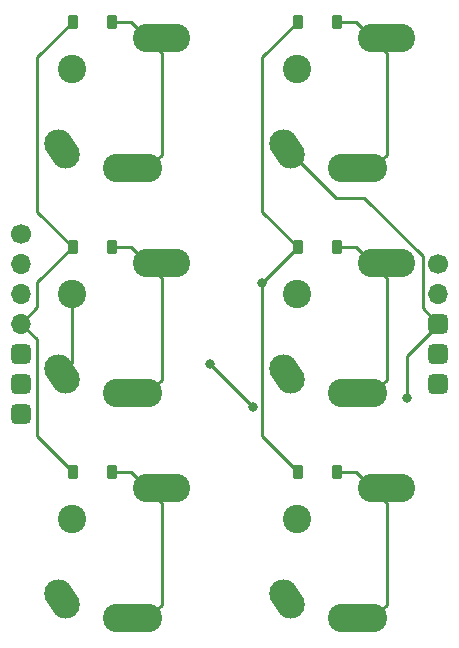
<source format=gbl>
G04 #@! TF.GenerationSoftware,KiCad,Pcbnew,7.0.5*
G04 #@! TF.CreationDate,2023-08-03T23:08:54+08:00*
G04 #@! TF.ProjectId,RA,52412e6b-6963-4616-945f-706362585858,rev?*
G04 #@! TF.SameCoordinates,Original*
G04 #@! TF.FileFunction,Copper,L2,Bot*
G04 #@! TF.FilePolarity,Positive*
%FSLAX46Y46*%
G04 Gerber Fmt 4.6, Leading zero omitted, Abs format (unit mm)*
G04 Created by KiCad (PCBNEW 7.0.5) date 2023-08-03 23:08:54*
%MOMM*%
%LPD*%
G01*
G04 APERTURE LIST*
G04 Aperture macros list*
%AMRoundRect*
0 Rectangle with rounded corners*
0 $1 Rounding radius*
0 $2 $3 $4 $5 $6 $7 $8 $9 X,Y pos of 4 corners*
0 Add a 4 corners polygon primitive as box body*
4,1,4,$2,$3,$4,$5,$6,$7,$8,$9,$2,$3,0*
0 Add four circle primitives for the rounded corners*
1,1,$1+$1,$2,$3*
1,1,$1+$1,$4,$5*
1,1,$1+$1,$6,$7*
1,1,$1+$1,$8,$9*
0 Add four rect primitives between the rounded corners*
20,1,$1+$1,$2,$3,$4,$5,0*
20,1,$1+$1,$4,$5,$6,$7,0*
20,1,$1+$1,$6,$7,$8,$9,0*
20,1,$1+$1,$8,$9,$2,$3,0*%
%AMHorizOval*
0 Thick line with rounded ends*
0 $1 width*
0 $2 $3 position (X,Y) of the first rounded end (center of the circle)*
0 $4 $5 position (X,Y) of the second rounded end (center of the circle)*
0 Add line between two ends*
20,1,$1,$2,$3,$4,$5,0*
0 Add two circle primitives to create the rounded ends*
1,1,$1,$2,$3*
1,1,$1,$4,$5*%
%AMOutline4P*
0 Free polygon, 4 corners , with rotation*
0 The origin of the aperture is its center*
0 number of corners: always 4*
0 $1 to $8 corner X, Y*
0 $9 Rotation angle, in degrees counterclockwise*
0 create outline with 4 corners*
4,1,4,$1,$2,$3,$4,$5,$6,$7,$8,$1,$2,$9*%
G04 Aperture macros list end*
G04 #@! TA.AperFunction,ComponentPad*
%ADD10HorizOval,2.400000X-0.305164X0.457575X0.305164X-0.457575X0*%
G04 #@! TD*
G04 #@! TA.AperFunction,ComponentPad*
%ADD11C,2.400000*%
G04 #@! TD*
G04 #@! TA.AperFunction,SMDPad,CuDef*
%ADD12Outline4P,-1.150000X-1.200000X1.150000X-1.200000X1.150000X1.200000X-1.150000X1.200000X0.000000*%
G04 #@! TD*
G04 #@! TA.AperFunction,SMDPad,CuDef*
%ADD13Outline4P,-1.200000X-1.200000X1.200000X-1.200000X1.200000X1.200000X-1.200000X1.200000X0.000000*%
G04 #@! TD*
G04 #@! TA.AperFunction,ComponentPad*
%ADD14C,1.700000*%
G04 #@! TD*
G04 #@! TA.AperFunction,ComponentPad*
%ADD15O,1.700000X1.700000*%
G04 #@! TD*
G04 #@! TA.AperFunction,ComponentPad*
%ADD16RoundRect,0.425000X-0.425000X-0.425000X0.425000X-0.425000X0.425000X0.425000X-0.425000X0.425000X0*%
G04 #@! TD*
G04 #@! TA.AperFunction,SMDPad,CuDef*
%ADD17RoundRect,0.225000X-0.225000X-0.375000X0.225000X-0.375000X0.225000X0.375000X-0.225000X0.375000X0*%
G04 #@! TD*
G04 #@! TA.AperFunction,ViaPad*
%ADD18C,0.800000*%
G04 #@! TD*
G04 #@! TA.AperFunction,Conductor*
%ADD19C,0.250000*%
G04 #@! TD*
G04 APERTURE END LIST*
D10*
X137410000Y-58680000D03*
D11*
X138300000Y-51890000D03*
X142110000Y-60330000D03*
D12*
X143410000Y-60330000D03*
D11*
X144650000Y-49330000D03*
X144710000Y-60330000D03*
D13*
X145880000Y-49330000D03*
D11*
X147110000Y-49330000D03*
D10*
X118360000Y-58680000D03*
D11*
X119250000Y-51890000D03*
X123060000Y-60330000D03*
D12*
X124360000Y-60330000D03*
D11*
X125600000Y-49330000D03*
X125660000Y-60330000D03*
D13*
X126830000Y-49330000D03*
D11*
X128060000Y-49330000D03*
D14*
X114900000Y-65860000D03*
D15*
X114900000Y-68400000D03*
X114900000Y-70940000D03*
X114900000Y-73480000D03*
D16*
X114900000Y-76020000D03*
X114900000Y-78560000D03*
X114900000Y-81100000D03*
D10*
X118360000Y-96780000D03*
D11*
X119250000Y-89990000D03*
X123060000Y-98430000D03*
D12*
X124360000Y-98430000D03*
D11*
X125600000Y-87430000D03*
X125660000Y-98430000D03*
D13*
X126830000Y-87430000D03*
D11*
X128060000Y-87430000D03*
D10*
X137410000Y-77730000D03*
D11*
X138300000Y-70940000D03*
X142110000Y-79380000D03*
D12*
X143410000Y-79380000D03*
D11*
X144650000Y-68380000D03*
X144710000Y-79380000D03*
D13*
X145880000Y-68380000D03*
D11*
X147110000Y-68380000D03*
D10*
X137410000Y-96780000D03*
D11*
X138300000Y-89990000D03*
X142110000Y-98430000D03*
D12*
X143410000Y-98430000D03*
D11*
X144650000Y-87430000D03*
X144710000Y-98430000D03*
D13*
X145880000Y-87430000D03*
D11*
X147110000Y-87430000D03*
D10*
X118360000Y-77730000D03*
D11*
X119250000Y-70940000D03*
X123060000Y-79380000D03*
D12*
X124360000Y-79380000D03*
D11*
X125600000Y-68380000D03*
X125660000Y-79380000D03*
D13*
X126830000Y-68380000D03*
D11*
X128060000Y-68380000D03*
D14*
X150230000Y-68400000D03*
D15*
X150230000Y-70940000D03*
D16*
X150230000Y-73480000D03*
X150230000Y-76020000D03*
X150230000Y-78560000D03*
D17*
X119280000Y-66990000D03*
X122580000Y-66990000D03*
X138330000Y-86040000D03*
X141630000Y-86040000D03*
X119280000Y-86040000D03*
X122580000Y-86040000D03*
X119280000Y-47940000D03*
X122580000Y-47940000D03*
X138330000Y-66990000D03*
X141630000Y-66990000D03*
X138330000Y-47940000D03*
X141630000Y-47940000D03*
D18*
X135315000Y-70005000D03*
X134565500Y-80520000D03*
X130930500Y-76885000D03*
X147620000Y-79730000D03*
D19*
X122580000Y-66990000D02*
X124210000Y-66990000D01*
X125600000Y-68380000D02*
X126800000Y-69580000D01*
X126800000Y-69580000D02*
X126800000Y-78240000D01*
X124210000Y-66990000D02*
X125600000Y-68380000D01*
X126800000Y-78240000D02*
X125660000Y-79380000D01*
X145850000Y-78240000D02*
X144710000Y-79380000D01*
X141630000Y-66990000D02*
X143260000Y-66990000D01*
X144650000Y-68380000D02*
X145850000Y-69580000D01*
X143260000Y-66990000D02*
X144650000Y-68380000D01*
X145850000Y-69580000D02*
X145850000Y-78240000D01*
X125600000Y-49330000D02*
X126800000Y-50530000D01*
X126800000Y-59190000D02*
X125660000Y-60330000D01*
X122580000Y-47940000D02*
X124210000Y-47940000D01*
X126800000Y-50530000D02*
X126800000Y-59190000D01*
X124210000Y-47940000D02*
X125600000Y-49330000D01*
X144650000Y-49330000D02*
X145850000Y-50530000D01*
X143260000Y-47940000D02*
X144650000Y-49330000D01*
X141630000Y-47940000D02*
X143260000Y-47940000D01*
X145850000Y-59190000D02*
X144710000Y-60330000D01*
X145850000Y-50530000D02*
X145850000Y-59190000D01*
X126800000Y-88630000D02*
X126800000Y-97290000D01*
X124210000Y-86040000D02*
X125600000Y-87430000D01*
X122580000Y-86040000D02*
X124210000Y-86040000D01*
X126800000Y-97290000D02*
X125660000Y-98430000D01*
X125600000Y-87430000D02*
X126800000Y-88630000D01*
X143260000Y-86040000D02*
X144650000Y-87430000D01*
X144650000Y-87430000D02*
X145850000Y-88630000D01*
X145850000Y-88630000D02*
X145850000Y-97290000D01*
X141630000Y-86040000D02*
X143260000Y-86040000D01*
X145850000Y-97290000D02*
X144710000Y-98430000D01*
X116285000Y-63995000D02*
X119280000Y-66990000D01*
X116230000Y-82990000D02*
X119280000Y-86040000D01*
X114900000Y-73480000D02*
X116230000Y-74810000D01*
X116230000Y-74810000D02*
X116230000Y-82990000D01*
X119280000Y-66990000D02*
X116285000Y-69985000D01*
X116285000Y-69985000D02*
X116285000Y-72095000D01*
X116285000Y-72095000D02*
X114900000Y-73480000D01*
X119280000Y-47940000D02*
X116285000Y-50935000D01*
X116285000Y-50935000D02*
X116285000Y-63995000D01*
X138330000Y-47940000D02*
X135335000Y-50935000D01*
X135335000Y-63995000D02*
X138330000Y-66990000D01*
X135290000Y-83000000D02*
X138330000Y-86040000D01*
X135315000Y-70005000D02*
X138330000Y-66990000D01*
X135315000Y-70005000D02*
X135290000Y-70030000D01*
X135335000Y-50935000D02*
X135335000Y-63995000D01*
X135290000Y-70030000D02*
X135290000Y-83000000D01*
X143961701Y-62820000D02*
X141550000Y-62820000D01*
X148900000Y-67758299D02*
X143961701Y-62820000D01*
X147620000Y-76190000D02*
X150230000Y-73580000D01*
X147620000Y-79730000D02*
X147620000Y-76190000D01*
X141550000Y-62820000D02*
X137410000Y-58680000D01*
X150230000Y-73480000D02*
X148900000Y-72150000D01*
X150230000Y-73580000D02*
X150230000Y-73480000D01*
X148900000Y-72150000D02*
X148900000Y-67758299D01*
X130930500Y-76885000D02*
X134565500Y-80520000D01*
X119250000Y-70940000D02*
X119250000Y-76840000D01*
X119250000Y-76840000D02*
X118360000Y-77730000D01*
M02*

</source>
